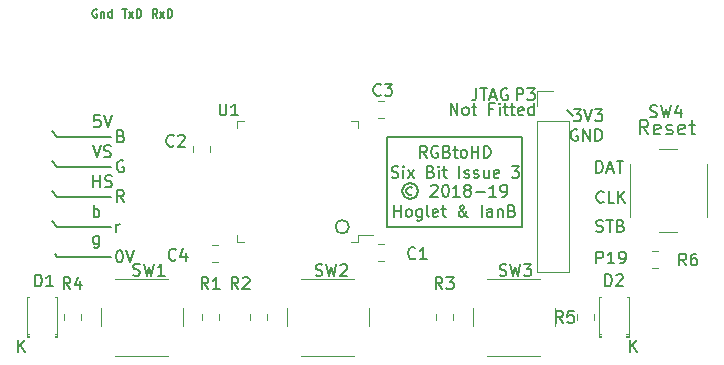
<source format=gto>
G04 #@! TF.GenerationSoftware,KiCad,Pcbnew,(5.1.4)-1*
G04 #@! TF.CreationDate,2019-12-07T22:53:16+00:00*
G04 #@! TF.ProjectId,rgb-to-hdmi,7267622d-746f-42d6-9864-6d692e6b6963,rev?*
G04 #@! TF.SameCoordinates,Original*
G04 #@! TF.FileFunction,Legend,Top*
G04 #@! TF.FilePolarity,Positive*
%FSLAX46Y46*%
G04 Gerber Fmt 4.6, Leading zero omitted, Abs format (unit mm)*
G04 Created by KiCad (PCBNEW (5.1.4)-1) date 2019-12-07 22:53:16*
%MOMM*%
%LPD*%
G04 APERTURE LIST*
%ADD10C,0.150000*%
%ADD11C,0.130000*%
%ADD12C,0.200000*%
%ADD13C,0.120000*%
G04 APERTURE END LIST*
D10*
X22142000Y-35620960D02*
X21684800Y-35163760D01*
X22650000Y-35620960D02*
X22142000Y-35620960D01*
X22142000Y-45780960D02*
X21938800Y-45577760D01*
X22650000Y-45780960D02*
X22142000Y-45780960D01*
X22142000Y-43240960D02*
X21684800Y-42783760D01*
X22650000Y-43240960D02*
X22142000Y-43240960D01*
X22142000Y-40700960D02*
X21684800Y-40243760D01*
X22675400Y-40700960D02*
X22142000Y-40700960D01*
X22142000Y-38160960D02*
X21684800Y-37703760D01*
X22650000Y-38160960D02*
X22142000Y-38160960D01*
X67790714Y-46334940D02*
X67790714Y-45334940D01*
X68171666Y-45334940D01*
X68266904Y-45382560D01*
X68314523Y-45430179D01*
X68362142Y-45525417D01*
X68362142Y-45668274D01*
X68314523Y-45763512D01*
X68266904Y-45811131D01*
X68171666Y-45858750D01*
X67790714Y-45858750D01*
X69314523Y-46334940D02*
X68743095Y-46334940D01*
X69028809Y-46334940D02*
X69028809Y-45334940D01*
X68933571Y-45477798D01*
X68838333Y-45573036D01*
X68743095Y-45620655D01*
X69790714Y-46334940D02*
X69981190Y-46334940D01*
X70076428Y-46287321D01*
X70124047Y-46239702D01*
X70219285Y-46096845D01*
X70266904Y-45906369D01*
X70266904Y-45525417D01*
X70219285Y-45430179D01*
X70171666Y-45382560D01*
X70076428Y-45334940D01*
X69885952Y-45334940D01*
X69790714Y-45382560D01*
X69743095Y-45430179D01*
X69695476Y-45525417D01*
X69695476Y-45763512D01*
X69743095Y-45858750D01*
X69790714Y-45906369D01*
X69885952Y-45953988D01*
X70076428Y-45953988D01*
X70171666Y-45906369D01*
X70219285Y-45858750D01*
X70266904Y-45763512D01*
X67762133Y-43620321D02*
X67904990Y-43667940D01*
X68143085Y-43667940D01*
X68238323Y-43620321D01*
X68285942Y-43572702D01*
X68333561Y-43477464D01*
X68333561Y-43382226D01*
X68285942Y-43286988D01*
X68238323Y-43239369D01*
X68143085Y-43191750D01*
X67952609Y-43144131D01*
X67857371Y-43096512D01*
X67809752Y-43048893D01*
X67762133Y-42953655D01*
X67762133Y-42858417D01*
X67809752Y-42763179D01*
X67857371Y-42715560D01*
X67952609Y-42667940D01*
X68190704Y-42667940D01*
X68333561Y-42715560D01*
X68619276Y-42667940D02*
X69190704Y-42667940D01*
X68904990Y-43667940D02*
X68904990Y-42667940D01*
X69857371Y-43144131D02*
X70000228Y-43191750D01*
X70047847Y-43239369D01*
X70095466Y-43334607D01*
X70095466Y-43477464D01*
X70047847Y-43572702D01*
X70000228Y-43620321D01*
X69904990Y-43667940D01*
X69524038Y-43667940D01*
X69524038Y-42667940D01*
X69857371Y-42667940D01*
X69952609Y-42715560D01*
X70000228Y-42763179D01*
X70047847Y-42858417D01*
X70047847Y-42953655D01*
X70000228Y-43048893D01*
X69952609Y-43096512D01*
X69857371Y-43144131D01*
X69524038Y-43144131D01*
X67781171Y-38664140D02*
X67781171Y-37664140D01*
X68019266Y-37664140D01*
X68162123Y-37711760D01*
X68257361Y-37806998D01*
X68304980Y-37902236D01*
X68352600Y-38092712D01*
X68352600Y-38235569D01*
X68304980Y-38426045D01*
X68257361Y-38521283D01*
X68162123Y-38616521D01*
X68019266Y-38664140D01*
X67781171Y-38664140D01*
X68733552Y-38378426D02*
X69209742Y-38378426D01*
X68638314Y-38664140D02*
X68971647Y-37664140D01*
X69304980Y-38664140D01*
X69495457Y-37664140D02*
X70066885Y-37664140D01*
X69781171Y-38664140D02*
X69781171Y-37664140D01*
X68409761Y-41134302D02*
X68362142Y-41181921D01*
X68219285Y-41229540D01*
X68124047Y-41229540D01*
X67981190Y-41181921D01*
X67885952Y-41086683D01*
X67838333Y-40991445D01*
X67790714Y-40800969D01*
X67790714Y-40658112D01*
X67838333Y-40467636D01*
X67885952Y-40372398D01*
X67981190Y-40277160D01*
X68124047Y-40229540D01*
X68219285Y-40229540D01*
X68362142Y-40277160D01*
X68409761Y-40324779D01*
X69314523Y-41229540D02*
X68838333Y-41229540D01*
X68838333Y-40229540D01*
X69647857Y-41229540D02*
X69647857Y-40229540D01*
X70219285Y-41229540D02*
X69790714Y-40658112D01*
X70219285Y-40229540D02*
X69647857Y-40800969D01*
X57627533Y-31517340D02*
X57627533Y-32231626D01*
X57579914Y-32374483D01*
X57484676Y-32469721D01*
X57341819Y-32517340D01*
X57246580Y-32517340D01*
X57960866Y-31517340D02*
X58532295Y-31517340D01*
X58246580Y-32517340D02*
X58246580Y-31517340D01*
X58818009Y-32231626D02*
X59294200Y-32231626D01*
X58722771Y-32517340D02*
X59056104Y-31517340D01*
X59389438Y-32517340D01*
X60246580Y-31564960D02*
X60151342Y-31517340D01*
X60008485Y-31517340D01*
X59865628Y-31564960D01*
X59770390Y-31660198D01*
X59722771Y-31755436D01*
X59675152Y-31945912D01*
X59675152Y-32088769D01*
X59722771Y-32279245D01*
X59770390Y-32374483D01*
X59865628Y-32469721D01*
X60008485Y-32517340D01*
X60103723Y-32517340D01*
X60246580Y-32469721D01*
X60294200Y-32422102D01*
X60294200Y-32088769D01*
X60103723Y-32088769D01*
X26714000Y-45780960D02*
X22650000Y-45780960D01*
X27380809Y-45233340D02*
X27476047Y-45233340D01*
X27571285Y-45280960D01*
X27618904Y-45328579D01*
X27666523Y-45423817D01*
X27714142Y-45614293D01*
X27714142Y-45852388D01*
X27666523Y-46042864D01*
X27618904Y-46138102D01*
X27571285Y-46185721D01*
X27476047Y-46233340D01*
X27380809Y-46233340D01*
X27285571Y-46185721D01*
X27237952Y-46138102D01*
X27190333Y-46042864D01*
X27142714Y-45852388D01*
X27142714Y-45614293D01*
X27190333Y-45423817D01*
X27237952Y-45328579D01*
X27285571Y-45280960D01*
X27380809Y-45233340D01*
X27999857Y-45233340D02*
X28333190Y-46233340D01*
X28666523Y-45233340D01*
X26714000Y-35620960D02*
X22650000Y-35620960D01*
X26714000Y-38160960D02*
X22650000Y-38160960D01*
X26714000Y-40700960D02*
X22650000Y-40700960D01*
X26714000Y-43240960D02*
X22650000Y-43240960D01*
X27150571Y-43693340D02*
X27150571Y-43026674D01*
X27150571Y-43217150D02*
X27198190Y-43121912D01*
X27245809Y-43074293D01*
X27341047Y-43026674D01*
X27436285Y-43026674D01*
X27785523Y-41153340D02*
X27452190Y-40677150D01*
X27214095Y-41153340D02*
X27214095Y-40153340D01*
X27595047Y-40153340D01*
X27690285Y-40200960D01*
X27737904Y-40248579D01*
X27785523Y-40343817D01*
X27785523Y-40486674D01*
X27737904Y-40581912D01*
X27690285Y-40629531D01*
X27595047Y-40677150D01*
X27214095Y-40677150D01*
X27737904Y-37660960D02*
X27642666Y-37613340D01*
X27499809Y-37613340D01*
X27356952Y-37660960D01*
X27261714Y-37756198D01*
X27214095Y-37851436D01*
X27166476Y-38041912D01*
X27166476Y-38184769D01*
X27214095Y-38375245D01*
X27261714Y-38470483D01*
X27356952Y-38565721D01*
X27499809Y-38613340D01*
X27595047Y-38613340D01*
X27737904Y-38565721D01*
X27785523Y-38518102D01*
X27785523Y-38184769D01*
X27595047Y-38184769D01*
X27547428Y-35549531D02*
X27690285Y-35597150D01*
X27737904Y-35644769D01*
X27785523Y-35740007D01*
X27785523Y-35882864D01*
X27737904Y-35978102D01*
X27690285Y-36025721D01*
X27595047Y-36073340D01*
X27214095Y-36073340D01*
X27214095Y-35073340D01*
X27547428Y-35073340D01*
X27642666Y-35120960D01*
X27690285Y-35168579D01*
X27737904Y-35263817D01*
X27737904Y-35359055D01*
X27690285Y-35454293D01*
X27642666Y-35501912D01*
X27547428Y-35549531D01*
X27214095Y-35549531D01*
X25658285Y-44042674D02*
X25658285Y-44852198D01*
X25610666Y-44947436D01*
X25563047Y-44995055D01*
X25467809Y-45042674D01*
X25324952Y-45042674D01*
X25229714Y-44995055D01*
X25658285Y-44661721D02*
X25563047Y-44709340D01*
X25372571Y-44709340D01*
X25277333Y-44661721D01*
X25229714Y-44614102D01*
X25182095Y-44518864D01*
X25182095Y-44233150D01*
X25229714Y-44137912D01*
X25277333Y-44090293D01*
X25372571Y-44042674D01*
X25563047Y-44042674D01*
X25658285Y-44090293D01*
X25229714Y-42423340D02*
X25229714Y-41423340D01*
X25229714Y-41804293D02*
X25324952Y-41756674D01*
X25515428Y-41756674D01*
X25610666Y-41804293D01*
X25658285Y-41851912D01*
X25705904Y-41947150D01*
X25705904Y-42232864D01*
X25658285Y-42328102D01*
X25610666Y-42375721D01*
X25515428Y-42423340D01*
X25324952Y-42423340D01*
X25229714Y-42375721D01*
X25190095Y-39883340D02*
X25190095Y-38883340D01*
X25190095Y-39359531D02*
X25761523Y-39359531D01*
X25761523Y-39883340D02*
X25761523Y-38883340D01*
X26190095Y-39835721D02*
X26332952Y-39883340D01*
X26571047Y-39883340D01*
X26666285Y-39835721D01*
X26713904Y-39788102D01*
X26761523Y-39692864D01*
X26761523Y-39597626D01*
X26713904Y-39502388D01*
X26666285Y-39454769D01*
X26571047Y-39407150D01*
X26380571Y-39359531D01*
X26285333Y-39311912D01*
X26237714Y-39264293D01*
X26190095Y-39169055D01*
X26190095Y-39073817D01*
X26237714Y-38978579D01*
X26285333Y-38930960D01*
X26380571Y-38883340D01*
X26618666Y-38883340D01*
X26761523Y-38930960D01*
X25142476Y-36343340D02*
X25475809Y-37343340D01*
X25809142Y-36343340D01*
X26094857Y-37295721D02*
X26237714Y-37343340D01*
X26475809Y-37343340D01*
X26571047Y-37295721D01*
X26618666Y-37248102D01*
X26666285Y-37152864D01*
X26666285Y-37057626D01*
X26618666Y-36962388D01*
X26571047Y-36914769D01*
X26475809Y-36867150D01*
X26285333Y-36819531D01*
X26190095Y-36771912D01*
X26142476Y-36724293D01*
X26094857Y-36629055D01*
X26094857Y-36533817D01*
X26142476Y-36438579D01*
X26190095Y-36390960D01*
X26285333Y-36343340D01*
X26523428Y-36343340D01*
X26666285Y-36390960D01*
X25761523Y-33803340D02*
X25285333Y-33803340D01*
X25237714Y-34279531D01*
X25285333Y-34231912D01*
X25380571Y-34184293D01*
X25618666Y-34184293D01*
X25713904Y-34231912D01*
X25761523Y-34279531D01*
X25809142Y-34374769D01*
X25809142Y-34612864D01*
X25761523Y-34708102D01*
X25713904Y-34755721D01*
X25618666Y-34803340D01*
X25380571Y-34803340D01*
X25285333Y-34755721D01*
X25237714Y-34708102D01*
X26094857Y-33803340D02*
X26428190Y-34803340D01*
X26761523Y-33803340D01*
D11*
X30615333Y-25523626D02*
X30382000Y-25190293D01*
X30215333Y-25523626D02*
X30215333Y-24823626D01*
X30482000Y-24823626D01*
X30548666Y-24856960D01*
X30582000Y-24890293D01*
X30615333Y-24956960D01*
X30615333Y-25056960D01*
X30582000Y-25123626D01*
X30548666Y-25156960D01*
X30482000Y-25190293D01*
X30215333Y-25190293D01*
X30848666Y-25523626D02*
X31215333Y-25056960D01*
X30848666Y-25056960D02*
X31215333Y-25523626D01*
X31482000Y-25523626D02*
X31482000Y-24823626D01*
X31648666Y-24823626D01*
X31748666Y-24856960D01*
X31815333Y-24923626D01*
X31848666Y-24990293D01*
X31882000Y-25123626D01*
X31882000Y-25223626D01*
X31848666Y-25356960D01*
X31815333Y-25423626D01*
X31748666Y-25490293D01*
X31648666Y-25523626D01*
X31482000Y-25523626D01*
X27658666Y-24823626D02*
X28058666Y-24823626D01*
X27858666Y-25523626D02*
X27858666Y-24823626D01*
X28225333Y-25523626D02*
X28592000Y-25056960D01*
X28225333Y-25056960D02*
X28592000Y-25523626D01*
X28858666Y-25523626D02*
X28858666Y-24823626D01*
X29025333Y-24823626D01*
X29125333Y-24856960D01*
X29192000Y-24923626D01*
X29225333Y-24990293D01*
X29258666Y-25123626D01*
X29258666Y-25223626D01*
X29225333Y-25356960D01*
X29192000Y-25423626D01*
X29125333Y-25490293D01*
X29025333Y-25523626D01*
X28858666Y-25523626D01*
X25502000Y-24856960D02*
X25435333Y-24823626D01*
X25335333Y-24823626D01*
X25235333Y-24856960D01*
X25168666Y-24923626D01*
X25135333Y-24990293D01*
X25102000Y-25123626D01*
X25102000Y-25223626D01*
X25135333Y-25356960D01*
X25168666Y-25423626D01*
X25235333Y-25490293D01*
X25335333Y-25523626D01*
X25402000Y-25523626D01*
X25502000Y-25490293D01*
X25535333Y-25456960D01*
X25535333Y-25223626D01*
X25402000Y-25223626D01*
X25835333Y-25056960D02*
X25835333Y-25523626D01*
X25835333Y-25123626D02*
X25868666Y-25090293D01*
X25935333Y-25056960D01*
X26035333Y-25056960D01*
X26102000Y-25090293D01*
X26135333Y-25156960D01*
X26135333Y-25523626D01*
X26768666Y-25523626D02*
X26768666Y-24823626D01*
X26768666Y-25490293D02*
X26702000Y-25523626D01*
X26568666Y-25523626D01*
X26502000Y-25490293D01*
X26468666Y-25456960D01*
X26435333Y-25390293D01*
X26435333Y-25190293D01*
X26468666Y-25123626D01*
X26502000Y-25090293D01*
X26568666Y-25056960D01*
X26702000Y-25056960D01*
X26768666Y-25090293D01*
D10*
X70648095Y-53853340D02*
X70648095Y-52853340D01*
X71219523Y-53853340D02*
X70790952Y-53281912D01*
X71219523Y-52853340D02*
X70648095Y-53424769D01*
X18832095Y-53853340D02*
X18832095Y-52853340D01*
X19403523Y-53853340D02*
X18974952Y-53281912D01*
X19403523Y-52853340D02*
X18832095Y-53424769D01*
X55448190Y-33787340D02*
X55448190Y-32787340D01*
X56019619Y-33787340D01*
X56019619Y-32787340D01*
X56638666Y-33787340D02*
X56543428Y-33739721D01*
X56495809Y-33692102D01*
X56448190Y-33596864D01*
X56448190Y-33311150D01*
X56495809Y-33215912D01*
X56543428Y-33168293D01*
X56638666Y-33120674D01*
X56781523Y-33120674D01*
X56876761Y-33168293D01*
X56924380Y-33215912D01*
X56972000Y-33311150D01*
X56972000Y-33596864D01*
X56924380Y-33692102D01*
X56876761Y-33739721D01*
X56781523Y-33787340D01*
X56638666Y-33787340D01*
X57257714Y-33120674D02*
X57638666Y-33120674D01*
X57400571Y-32787340D02*
X57400571Y-33644483D01*
X57448190Y-33739721D01*
X57543428Y-33787340D01*
X57638666Y-33787340D01*
X59067238Y-33263531D02*
X58733904Y-33263531D01*
X58733904Y-33787340D02*
X58733904Y-32787340D01*
X59210095Y-32787340D01*
X59591047Y-33787340D02*
X59591047Y-33120674D01*
X59591047Y-32787340D02*
X59543428Y-32834960D01*
X59591047Y-32882579D01*
X59638666Y-32834960D01*
X59591047Y-32787340D01*
X59591047Y-32882579D01*
X59924380Y-33120674D02*
X60305333Y-33120674D01*
X60067238Y-32787340D02*
X60067238Y-33644483D01*
X60114857Y-33739721D01*
X60210095Y-33787340D01*
X60305333Y-33787340D01*
X60495809Y-33120674D02*
X60876761Y-33120674D01*
X60638666Y-32787340D02*
X60638666Y-33644483D01*
X60686285Y-33739721D01*
X60781523Y-33787340D01*
X60876761Y-33787340D01*
X61591047Y-33739721D02*
X61495809Y-33787340D01*
X61305333Y-33787340D01*
X61210095Y-33739721D01*
X61162476Y-33644483D01*
X61162476Y-33263531D01*
X61210095Y-33168293D01*
X61305333Y-33120674D01*
X61495809Y-33120674D01*
X61591047Y-33168293D01*
X61638666Y-33263531D01*
X61638666Y-33358769D01*
X61162476Y-33454007D01*
X62495809Y-33787340D02*
X62495809Y-32787340D01*
X62495809Y-33739721D02*
X62400571Y-33787340D01*
X62210095Y-33787340D01*
X62114857Y-33739721D01*
X62067238Y-33692102D01*
X62019619Y-33596864D01*
X62019619Y-33311150D01*
X62067238Y-33215912D01*
X62114857Y-33168293D01*
X62210095Y-33120674D01*
X62400571Y-33120674D01*
X62495809Y-33168293D01*
X65830000Y-33842960D02*
X65576000Y-33588960D01*
X65322000Y-33334960D02*
X65830000Y-33842960D01*
X65861904Y-33295340D02*
X66480952Y-33295340D01*
X66147619Y-33676293D01*
X66290476Y-33676293D01*
X66385714Y-33723912D01*
X66433333Y-33771531D01*
X66480952Y-33866769D01*
X66480952Y-34104864D01*
X66433333Y-34200102D01*
X66385714Y-34247721D01*
X66290476Y-34295340D01*
X66004761Y-34295340D01*
X65909523Y-34247721D01*
X65861904Y-34200102D01*
X66766666Y-33295340D02*
X67100000Y-34295340D01*
X67433333Y-33295340D01*
X67671428Y-33295340D02*
X68290476Y-33295340D01*
X67957142Y-33676293D01*
X68100000Y-33676293D01*
X68195238Y-33723912D01*
X68242857Y-33771531D01*
X68290476Y-33866769D01*
X68290476Y-34104864D01*
X68242857Y-34200102D01*
X68195238Y-34247721D01*
X68100000Y-34295340D01*
X67814285Y-34295340D01*
X67719047Y-34247721D01*
X67671428Y-34200102D01*
X66185695Y-35019360D02*
X66090457Y-34971740D01*
X65947600Y-34971740D01*
X65804742Y-35019360D01*
X65709504Y-35114598D01*
X65661885Y-35209836D01*
X65614266Y-35400312D01*
X65614266Y-35543169D01*
X65661885Y-35733645D01*
X65709504Y-35828883D01*
X65804742Y-35924121D01*
X65947600Y-35971740D01*
X66042838Y-35971740D01*
X66185695Y-35924121D01*
X66233314Y-35876502D01*
X66233314Y-35543169D01*
X66042838Y-35543169D01*
X66661885Y-35971740D02*
X66661885Y-34971740D01*
X67233314Y-35971740D01*
X67233314Y-34971740D01*
X67709504Y-35971740D02*
X67709504Y-34971740D01*
X67947600Y-34971740D01*
X68090457Y-35019360D01*
X68185695Y-35114598D01*
X68233314Y-35209836D01*
X68280933Y-35400312D01*
X68280933Y-35543169D01*
X68233314Y-35733645D01*
X68185695Y-35828883D01*
X68090457Y-35924121D01*
X67947600Y-35971740D01*
X67709504Y-35971740D01*
X50659533Y-42397940D02*
X50659533Y-41397940D01*
X50659533Y-41874131D02*
X51219533Y-41874131D01*
X51219533Y-42397940D02*
X51219533Y-41397940D01*
X51826200Y-42397940D02*
X51732866Y-42350321D01*
X51686200Y-42302702D01*
X51639533Y-42207464D01*
X51639533Y-41921750D01*
X51686200Y-41826512D01*
X51732866Y-41778893D01*
X51826200Y-41731274D01*
X51966200Y-41731274D01*
X52059533Y-41778893D01*
X52106200Y-41826512D01*
X52152866Y-41921750D01*
X52152866Y-42207464D01*
X52106200Y-42302702D01*
X52059533Y-42350321D01*
X51966200Y-42397940D01*
X51826200Y-42397940D01*
X52992866Y-41731274D02*
X52992866Y-42540798D01*
X52946200Y-42636036D01*
X52899533Y-42683655D01*
X52806200Y-42731274D01*
X52666200Y-42731274D01*
X52572866Y-42683655D01*
X52992866Y-42350321D02*
X52899533Y-42397940D01*
X52712866Y-42397940D01*
X52619533Y-42350321D01*
X52572866Y-42302702D01*
X52526200Y-42207464D01*
X52526200Y-41921750D01*
X52572866Y-41826512D01*
X52619533Y-41778893D01*
X52712866Y-41731274D01*
X52899533Y-41731274D01*
X52992866Y-41778893D01*
X53599533Y-42397940D02*
X53506200Y-42350321D01*
X53459533Y-42255083D01*
X53459533Y-41397940D01*
X54346200Y-42350321D02*
X54252866Y-42397940D01*
X54066200Y-42397940D01*
X53972866Y-42350321D01*
X53926200Y-42255083D01*
X53926200Y-41874131D01*
X53972866Y-41778893D01*
X54066200Y-41731274D01*
X54252866Y-41731274D01*
X54346200Y-41778893D01*
X54392866Y-41874131D01*
X54392866Y-41969369D01*
X53926200Y-42064607D01*
X54672866Y-41731274D02*
X55046200Y-41731274D01*
X54812866Y-41397940D02*
X54812866Y-42255083D01*
X54859533Y-42350321D01*
X54952866Y-42397940D01*
X55046200Y-42397940D01*
X56912866Y-42397940D02*
X56866200Y-42397940D01*
X56772866Y-42350321D01*
X56632866Y-42207464D01*
X56399533Y-41921750D01*
X56306200Y-41778893D01*
X56259533Y-41636036D01*
X56259533Y-41540798D01*
X56306200Y-41445560D01*
X56399533Y-41397940D01*
X56446200Y-41397940D01*
X56539533Y-41445560D01*
X56586200Y-41540798D01*
X56586200Y-41588417D01*
X56539533Y-41683655D01*
X56492866Y-41731274D01*
X56212866Y-41921750D01*
X56166200Y-41969369D01*
X56119533Y-42064607D01*
X56119533Y-42207464D01*
X56166200Y-42302702D01*
X56212866Y-42350321D01*
X56306200Y-42397940D01*
X56446200Y-42397940D01*
X56539533Y-42350321D01*
X56586200Y-42302702D01*
X56726200Y-42112226D01*
X56772866Y-41969369D01*
X56772866Y-41874131D01*
X58079533Y-42397940D02*
X58079533Y-41397940D01*
X58966200Y-42397940D02*
X58966200Y-41874131D01*
X58919533Y-41778893D01*
X58826200Y-41731274D01*
X58639533Y-41731274D01*
X58546200Y-41778893D01*
X58966200Y-42350321D02*
X58872866Y-42397940D01*
X58639533Y-42397940D01*
X58546200Y-42350321D01*
X58499533Y-42255083D01*
X58499533Y-42159845D01*
X58546200Y-42064607D01*
X58639533Y-42016988D01*
X58872866Y-42016988D01*
X58966200Y-41969369D01*
X59432866Y-41731274D02*
X59432866Y-42397940D01*
X59432866Y-41826512D02*
X59479533Y-41778893D01*
X59572866Y-41731274D01*
X59712866Y-41731274D01*
X59806200Y-41778893D01*
X59852866Y-41874131D01*
X59852866Y-42397940D01*
X60646200Y-41874131D02*
X60786200Y-41921750D01*
X60832866Y-41969369D01*
X60879533Y-42064607D01*
X60879533Y-42207464D01*
X60832866Y-42302702D01*
X60786200Y-42350321D01*
X60692866Y-42397940D01*
X60319533Y-42397940D01*
X60319533Y-41397940D01*
X60646200Y-41397940D01*
X60739533Y-41445560D01*
X60786200Y-41493179D01*
X60832866Y-41588417D01*
X60832866Y-41683655D01*
X60786200Y-41778893D01*
X60739533Y-41826512D01*
X60646200Y-41874131D01*
X60319533Y-41874131D01*
X52203666Y-39934236D02*
X52110333Y-39886617D01*
X51923666Y-39886617D01*
X51830333Y-39934236D01*
X51737000Y-40029474D01*
X51690333Y-40124712D01*
X51690333Y-40315188D01*
X51737000Y-40410426D01*
X51830333Y-40505664D01*
X51923666Y-40553283D01*
X52110333Y-40553283D01*
X52203666Y-40505664D01*
X52017000Y-39553283D02*
X51783666Y-39600902D01*
X51550333Y-39743760D01*
X51410333Y-39981855D01*
X51363666Y-40219950D01*
X51410333Y-40458045D01*
X51550333Y-40696140D01*
X51783666Y-40838998D01*
X52017000Y-40886617D01*
X52250333Y-40838998D01*
X52483666Y-40696140D01*
X52623666Y-40458045D01*
X52670333Y-40219950D01*
X52623666Y-39981855D01*
X52483666Y-39743760D01*
X52250333Y-39600902D01*
X52017000Y-39553283D01*
X53790333Y-39791379D02*
X53837000Y-39743760D01*
X53930333Y-39696140D01*
X54163666Y-39696140D01*
X54257000Y-39743760D01*
X54303666Y-39791379D01*
X54350333Y-39886617D01*
X54350333Y-39981855D01*
X54303666Y-40124712D01*
X53743666Y-40696140D01*
X54350333Y-40696140D01*
X54957000Y-39696140D02*
X55050333Y-39696140D01*
X55143666Y-39743760D01*
X55190333Y-39791379D01*
X55237000Y-39886617D01*
X55283666Y-40077093D01*
X55283666Y-40315188D01*
X55237000Y-40505664D01*
X55190333Y-40600902D01*
X55143666Y-40648521D01*
X55050333Y-40696140D01*
X54957000Y-40696140D01*
X54863666Y-40648521D01*
X54817000Y-40600902D01*
X54770333Y-40505664D01*
X54723666Y-40315188D01*
X54723666Y-40077093D01*
X54770333Y-39886617D01*
X54817000Y-39791379D01*
X54863666Y-39743760D01*
X54957000Y-39696140D01*
X56217000Y-40696140D02*
X55657000Y-40696140D01*
X55937000Y-40696140D02*
X55937000Y-39696140D01*
X55843666Y-39838998D01*
X55750333Y-39934236D01*
X55657000Y-39981855D01*
X56777000Y-40124712D02*
X56683666Y-40077093D01*
X56637000Y-40029474D01*
X56590333Y-39934236D01*
X56590333Y-39886617D01*
X56637000Y-39791379D01*
X56683666Y-39743760D01*
X56777000Y-39696140D01*
X56963666Y-39696140D01*
X57057000Y-39743760D01*
X57103666Y-39791379D01*
X57150333Y-39886617D01*
X57150333Y-39934236D01*
X57103666Y-40029474D01*
X57057000Y-40077093D01*
X56963666Y-40124712D01*
X56777000Y-40124712D01*
X56683666Y-40172331D01*
X56637000Y-40219950D01*
X56590333Y-40315188D01*
X56590333Y-40505664D01*
X56637000Y-40600902D01*
X56683666Y-40648521D01*
X56777000Y-40696140D01*
X56963666Y-40696140D01*
X57057000Y-40648521D01*
X57103666Y-40600902D01*
X57150333Y-40505664D01*
X57150333Y-40315188D01*
X57103666Y-40219950D01*
X57057000Y-40172331D01*
X56963666Y-40124712D01*
X57570333Y-40315188D02*
X58317000Y-40315188D01*
X59297000Y-40696140D02*
X58737000Y-40696140D01*
X59017000Y-40696140D02*
X59017000Y-39696140D01*
X58923666Y-39838998D01*
X58830333Y-39934236D01*
X58737000Y-39981855D01*
X59763666Y-40696140D02*
X59950333Y-40696140D01*
X60043666Y-40648521D01*
X60090333Y-40600902D01*
X60183666Y-40458045D01*
X60230333Y-40267569D01*
X60230333Y-39886617D01*
X60183666Y-39791379D01*
X60137000Y-39743760D01*
X60043666Y-39696140D01*
X59857000Y-39696140D01*
X59763666Y-39743760D01*
X59717000Y-39791379D01*
X59670333Y-39886617D01*
X59670333Y-40124712D01*
X59717000Y-40219950D01*
X59763666Y-40267569D01*
X59857000Y-40315188D01*
X60043666Y-40315188D01*
X60137000Y-40267569D01*
X60183666Y-40219950D01*
X60230333Y-40124712D01*
X50457800Y-39048321D02*
X50597800Y-39095940D01*
X50831133Y-39095940D01*
X50924466Y-39048321D01*
X50971133Y-39000702D01*
X51017800Y-38905464D01*
X51017800Y-38810226D01*
X50971133Y-38714988D01*
X50924466Y-38667369D01*
X50831133Y-38619750D01*
X50644466Y-38572131D01*
X50551133Y-38524512D01*
X50504466Y-38476893D01*
X50457800Y-38381655D01*
X50457800Y-38286417D01*
X50504466Y-38191179D01*
X50551133Y-38143560D01*
X50644466Y-38095940D01*
X50877800Y-38095940D01*
X51017800Y-38143560D01*
X51437800Y-39095940D02*
X51437800Y-38429274D01*
X51437800Y-38095940D02*
X51391133Y-38143560D01*
X51437800Y-38191179D01*
X51484466Y-38143560D01*
X51437800Y-38095940D01*
X51437800Y-38191179D01*
X51811133Y-39095940D02*
X52324466Y-38429274D01*
X51811133Y-38429274D02*
X52324466Y-39095940D01*
X53771133Y-38572131D02*
X53911133Y-38619750D01*
X53957800Y-38667369D01*
X54004466Y-38762607D01*
X54004466Y-38905464D01*
X53957800Y-39000702D01*
X53911133Y-39048321D01*
X53817800Y-39095940D01*
X53444466Y-39095940D01*
X53444466Y-38095940D01*
X53771133Y-38095940D01*
X53864466Y-38143560D01*
X53911133Y-38191179D01*
X53957800Y-38286417D01*
X53957800Y-38381655D01*
X53911133Y-38476893D01*
X53864466Y-38524512D01*
X53771133Y-38572131D01*
X53444466Y-38572131D01*
X54424466Y-39095940D02*
X54424466Y-38429274D01*
X54424466Y-38095940D02*
X54377800Y-38143560D01*
X54424466Y-38191179D01*
X54471133Y-38143560D01*
X54424466Y-38095940D01*
X54424466Y-38191179D01*
X54751133Y-38429274D02*
X55124466Y-38429274D01*
X54891133Y-38095940D02*
X54891133Y-38953083D01*
X54937800Y-39048321D01*
X55031133Y-39095940D01*
X55124466Y-39095940D01*
X56197800Y-39095940D02*
X56197800Y-38095940D01*
X56617800Y-39048321D02*
X56711133Y-39095940D01*
X56897800Y-39095940D01*
X56991133Y-39048321D01*
X57037800Y-38953083D01*
X57037800Y-38905464D01*
X56991133Y-38810226D01*
X56897800Y-38762607D01*
X56757800Y-38762607D01*
X56664466Y-38714988D01*
X56617800Y-38619750D01*
X56617800Y-38572131D01*
X56664466Y-38476893D01*
X56757800Y-38429274D01*
X56897800Y-38429274D01*
X56991133Y-38476893D01*
X57411133Y-39048321D02*
X57504466Y-39095940D01*
X57691133Y-39095940D01*
X57784466Y-39048321D01*
X57831133Y-38953083D01*
X57831133Y-38905464D01*
X57784466Y-38810226D01*
X57691133Y-38762607D01*
X57551133Y-38762607D01*
X57457800Y-38714988D01*
X57411133Y-38619750D01*
X57411133Y-38572131D01*
X57457800Y-38476893D01*
X57551133Y-38429274D01*
X57691133Y-38429274D01*
X57784466Y-38476893D01*
X58671133Y-38429274D02*
X58671133Y-39095940D01*
X58251133Y-38429274D02*
X58251133Y-38953083D01*
X58297800Y-39048321D01*
X58391133Y-39095940D01*
X58531133Y-39095940D01*
X58624466Y-39048321D01*
X58671133Y-39000702D01*
X59511133Y-39048321D02*
X59417800Y-39095940D01*
X59231133Y-39095940D01*
X59137800Y-39048321D01*
X59091133Y-38953083D01*
X59091133Y-38572131D01*
X59137800Y-38476893D01*
X59231133Y-38429274D01*
X59417800Y-38429274D01*
X59511133Y-38476893D01*
X59557800Y-38572131D01*
X59557800Y-38667369D01*
X59091133Y-38762607D01*
X60631133Y-38095940D02*
X61237800Y-38095940D01*
X60911133Y-38476893D01*
X61051133Y-38476893D01*
X61144466Y-38524512D01*
X61191133Y-38572131D01*
X61237800Y-38667369D01*
X61237800Y-38905464D01*
X61191133Y-39000702D01*
X61144466Y-39048321D01*
X61051133Y-39095940D01*
X60771133Y-39095940D01*
X60677800Y-39048321D01*
X60631133Y-39000702D01*
X53419066Y-37394140D02*
X53092400Y-36917950D01*
X52859066Y-37394140D02*
X52859066Y-36394140D01*
X53232400Y-36394140D01*
X53325733Y-36441760D01*
X53372400Y-36489379D01*
X53419066Y-36584617D01*
X53419066Y-36727474D01*
X53372400Y-36822712D01*
X53325733Y-36870331D01*
X53232400Y-36917950D01*
X52859066Y-36917950D01*
X54352400Y-36441760D02*
X54259066Y-36394140D01*
X54119066Y-36394140D01*
X53979066Y-36441760D01*
X53885733Y-36536998D01*
X53839066Y-36632236D01*
X53792400Y-36822712D01*
X53792400Y-36965569D01*
X53839066Y-37156045D01*
X53885733Y-37251283D01*
X53979066Y-37346521D01*
X54119066Y-37394140D01*
X54212400Y-37394140D01*
X54352400Y-37346521D01*
X54399066Y-37298902D01*
X54399066Y-36965569D01*
X54212400Y-36965569D01*
X55145733Y-36870331D02*
X55285733Y-36917950D01*
X55332400Y-36965569D01*
X55379066Y-37060807D01*
X55379066Y-37203664D01*
X55332400Y-37298902D01*
X55285733Y-37346521D01*
X55192400Y-37394140D01*
X54819066Y-37394140D01*
X54819066Y-36394140D01*
X55145733Y-36394140D01*
X55239066Y-36441760D01*
X55285733Y-36489379D01*
X55332400Y-36584617D01*
X55332400Y-36679855D01*
X55285733Y-36775093D01*
X55239066Y-36822712D01*
X55145733Y-36870331D01*
X54819066Y-36870331D01*
X55659066Y-36727474D02*
X56032400Y-36727474D01*
X55799066Y-36394140D02*
X55799066Y-37251283D01*
X55845733Y-37346521D01*
X55939066Y-37394140D01*
X56032400Y-37394140D01*
X56499066Y-37394140D02*
X56405733Y-37346521D01*
X56359066Y-37298902D01*
X56312400Y-37203664D01*
X56312400Y-36917950D01*
X56359066Y-36822712D01*
X56405733Y-36775093D01*
X56499066Y-36727474D01*
X56639066Y-36727474D01*
X56732400Y-36775093D01*
X56779066Y-36822712D01*
X56825733Y-36917950D01*
X56825733Y-37203664D01*
X56779066Y-37298902D01*
X56732400Y-37346521D01*
X56639066Y-37394140D01*
X56499066Y-37394140D01*
X57245733Y-37394140D02*
X57245733Y-36394140D01*
X57245733Y-36870331D02*
X57805733Y-36870331D01*
X57805733Y-37394140D02*
X57805733Y-36394140D01*
X58272400Y-37394140D02*
X58272400Y-36394140D01*
X58505733Y-36394140D01*
X58645733Y-36441760D01*
X58739066Y-36536998D01*
X58785733Y-36632236D01*
X58832400Y-36822712D01*
X58832400Y-36965569D01*
X58785733Y-37156045D01*
X58739066Y-37251283D01*
X58645733Y-37346521D01*
X58505733Y-37394140D01*
X58272400Y-37394140D01*
X46839961Y-43240960D02*
G75*
G03X46839961Y-43240960I-567961J0D01*
G01*
X50082000Y-43240960D02*
X50082000Y-35620960D01*
X61512000Y-43240960D02*
X50082000Y-43240960D01*
X61512000Y-35620960D02*
X61512000Y-43240960D01*
X50082000Y-35620960D02*
X61512000Y-35620960D01*
D12*
X72156380Y-35424436D02*
X71739714Y-34829198D01*
X71442095Y-35424436D02*
X71442095Y-34174436D01*
X71918285Y-34174436D01*
X72037333Y-34233960D01*
X72096857Y-34293483D01*
X72156380Y-34412531D01*
X72156380Y-34591102D01*
X72096857Y-34710150D01*
X72037333Y-34769674D01*
X71918285Y-34829198D01*
X71442095Y-34829198D01*
X73168285Y-35364912D02*
X73049238Y-35424436D01*
X72811142Y-35424436D01*
X72692095Y-35364912D01*
X72632571Y-35245864D01*
X72632571Y-34769674D01*
X72692095Y-34650626D01*
X72811142Y-34591102D01*
X73049238Y-34591102D01*
X73168285Y-34650626D01*
X73227809Y-34769674D01*
X73227809Y-34888721D01*
X72632571Y-35007769D01*
X73704000Y-35364912D02*
X73823047Y-35424436D01*
X74061142Y-35424436D01*
X74180190Y-35364912D01*
X74239714Y-35245864D01*
X74239714Y-35186340D01*
X74180190Y-35067293D01*
X74061142Y-35007769D01*
X73882571Y-35007769D01*
X73763523Y-34948245D01*
X73704000Y-34829198D01*
X73704000Y-34769674D01*
X73763523Y-34650626D01*
X73882571Y-34591102D01*
X74061142Y-34591102D01*
X74180190Y-34650626D01*
X75251619Y-35364912D02*
X75132571Y-35424436D01*
X74894476Y-35424436D01*
X74775428Y-35364912D01*
X74715904Y-35245864D01*
X74715904Y-34769674D01*
X74775428Y-34650626D01*
X74894476Y-34591102D01*
X75132571Y-34591102D01*
X75251619Y-34650626D01*
X75311142Y-34769674D01*
X75311142Y-34888721D01*
X74715904Y-35007769D01*
X75668285Y-34591102D02*
X76144476Y-34591102D01*
X75846857Y-34174436D02*
X75846857Y-35245864D01*
X75906380Y-35364912D01*
X76025428Y-35424436D01*
X76144476Y-35424436D01*
D13*
X35806000Y-51122212D02*
X35806000Y-50599708D01*
X34386000Y-51122212D02*
X34386000Y-50599708D01*
X37927000Y-34320960D02*
X37352000Y-34320960D01*
X37352000Y-34320960D02*
X37352000Y-34895960D01*
X46997000Y-34320960D02*
X47572000Y-34320960D01*
X47572000Y-34320960D02*
X47572000Y-34895960D01*
X37927000Y-44540960D02*
X37352000Y-44540960D01*
X37352000Y-44540960D02*
X37352000Y-43965960D01*
X46997000Y-44540960D02*
X47572000Y-44540960D01*
X47572000Y-44540960D02*
X47572000Y-43965960D01*
X47572000Y-43965960D02*
X48862000Y-43965960D01*
X72502948Y-46719560D02*
X73025452Y-46719560D01*
X72502948Y-45299560D02*
X73025452Y-45299560D01*
X62770800Y-47084001D02*
X65430800Y-47084001D01*
X62770800Y-34324001D02*
X62770800Y-47084001D01*
X65430800Y-34324001D02*
X65430800Y-47084001D01*
X62770800Y-34324001D02*
X65430800Y-34324001D01*
X62770800Y-33054001D02*
X62770800Y-31724001D01*
X62770800Y-31724001D02*
X64100800Y-31724001D01*
X19613000Y-52601440D02*
X19613000Y-49181440D01*
X22133000Y-52601440D02*
X22133000Y-49181440D01*
X19613000Y-52601440D02*
X19793000Y-52601440D01*
X21953000Y-52601440D02*
X22133000Y-52601440D01*
X19613000Y-49181440D02*
X19778000Y-49181440D01*
X21968000Y-49181440D02*
X22133000Y-49181440D01*
X19613000Y-52481440D02*
X19793000Y-52481440D01*
X21953000Y-52481440D02*
X22133000Y-52481440D01*
X19613000Y-52361440D02*
X19793000Y-52361440D01*
X21953000Y-52361440D02*
X22133000Y-52361440D01*
X67999000Y-52570960D02*
X67999000Y-49150960D01*
X70519000Y-52570960D02*
X70519000Y-49150960D01*
X67999000Y-52570960D02*
X68179000Y-52570960D01*
X70339000Y-52570960D02*
X70519000Y-52570960D01*
X67999000Y-49150960D02*
X68164000Y-49150960D01*
X70354000Y-49150960D02*
X70519000Y-49150960D01*
X67999000Y-52450960D02*
X68179000Y-52450960D01*
X70339000Y-52450960D02*
X70519000Y-52450960D01*
X67999000Y-52330960D02*
X68179000Y-52330960D01*
X70339000Y-52330960D02*
X70519000Y-52330960D01*
X49835252Y-44689960D02*
X49312748Y-44689960D01*
X49835252Y-46109960D02*
X49312748Y-46109960D01*
X33624000Y-36898212D02*
X33624000Y-36375708D01*
X35044000Y-36898212D02*
X35044000Y-36375708D01*
X49312748Y-32624960D02*
X49835252Y-32624960D01*
X49312748Y-34044960D02*
X49835252Y-34044960D01*
X35763652Y-46236960D02*
X35241148Y-46236960D01*
X35763652Y-44816960D02*
X35241148Y-44816960D01*
X39870000Y-51122212D02*
X39870000Y-50599708D01*
X38450000Y-51122212D02*
X38450000Y-50599708D01*
X55618000Y-51122212D02*
X55618000Y-50599708D01*
X54198000Y-51122212D02*
X54198000Y-50599708D01*
X22702000Y-50599708D02*
X22702000Y-51122212D01*
X24122000Y-50599708D02*
X24122000Y-51122212D01*
X67556000Y-50599708D02*
X67556000Y-51122212D01*
X66136000Y-50599708D02*
X66136000Y-51122212D01*
X25806000Y-50146960D02*
X25806000Y-51646960D01*
X27056000Y-54146960D02*
X31556000Y-54146960D01*
X32806000Y-51646960D02*
X32806000Y-50146960D01*
X31556000Y-47646960D02*
X27056000Y-47646960D01*
X47304000Y-47646960D02*
X42804000Y-47646960D01*
X48554000Y-51646960D02*
X48554000Y-50146960D01*
X42804000Y-54146960D02*
X47304000Y-54146960D01*
X41554000Y-50146960D02*
X41554000Y-51646960D01*
X63052000Y-47646960D02*
X58552000Y-47646960D01*
X64302000Y-51646960D02*
X64302000Y-50146960D01*
X58552000Y-54146960D02*
X63052000Y-54146960D01*
X57302000Y-50146960D02*
X57302000Y-51646960D01*
X73117000Y-43640960D02*
X74617000Y-43640960D01*
X77117000Y-42390960D02*
X77117000Y-37890960D01*
X74617000Y-36640960D02*
X73117000Y-36640960D01*
X70617000Y-37890960D02*
X70617000Y-42390960D01*
D10*
X34929333Y-48519340D02*
X34596000Y-48043150D01*
X34357904Y-48519340D02*
X34357904Y-47519340D01*
X34738857Y-47519340D01*
X34834095Y-47566960D01*
X34881714Y-47614579D01*
X34929333Y-47709817D01*
X34929333Y-47852674D01*
X34881714Y-47947912D01*
X34834095Y-47995531D01*
X34738857Y-48043150D01*
X34357904Y-48043150D01*
X35881714Y-48519340D02*
X35310285Y-48519340D01*
X35596000Y-48519340D02*
X35596000Y-47519340D01*
X35500761Y-47662198D01*
X35405523Y-47757436D01*
X35310285Y-47805055D01*
X35883495Y-32812740D02*
X35883495Y-33622264D01*
X35931114Y-33717502D01*
X35978733Y-33765121D01*
X36073971Y-33812740D01*
X36264447Y-33812740D01*
X36359685Y-33765121D01*
X36407304Y-33717502D01*
X36454923Y-33622264D01*
X36454923Y-32812740D01*
X37454923Y-33812740D02*
X36883495Y-33812740D01*
X37169209Y-33812740D02*
X37169209Y-32812740D01*
X37073971Y-32955598D01*
X36978733Y-33050836D01*
X36883495Y-33098455D01*
X75391533Y-46512740D02*
X75058200Y-46036550D01*
X74820104Y-46512740D02*
X74820104Y-45512740D01*
X75201057Y-45512740D01*
X75296295Y-45560360D01*
X75343914Y-45607979D01*
X75391533Y-45703217D01*
X75391533Y-45846074D01*
X75343914Y-45941312D01*
X75296295Y-45988931D01*
X75201057Y-46036550D01*
X74820104Y-46036550D01*
X76248676Y-45512740D02*
X76058200Y-45512740D01*
X75962961Y-45560360D01*
X75915342Y-45607979D01*
X75820104Y-45750836D01*
X75772485Y-45941312D01*
X75772485Y-46322264D01*
X75820104Y-46417502D01*
X75867723Y-46465121D01*
X75962961Y-46512740D01*
X76153438Y-46512740D01*
X76248676Y-46465121D01*
X76296295Y-46417502D01*
X76343914Y-46322264D01*
X76343914Y-46084169D01*
X76296295Y-45988931D01*
X76248676Y-45941312D01*
X76153438Y-45893693D01*
X75962961Y-45893693D01*
X75867723Y-45941312D01*
X75820104Y-45988931D01*
X75772485Y-46084169D01*
X61027904Y-32517340D02*
X61027904Y-31517340D01*
X61408857Y-31517340D01*
X61504095Y-31564960D01*
X61551714Y-31612579D01*
X61599333Y-31707817D01*
X61599333Y-31850674D01*
X61551714Y-31945912D01*
X61504095Y-31993531D01*
X61408857Y-32041150D01*
X61027904Y-32041150D01*
X61932666Y-31517340D02*
X62551714Y-31517340D01*
X62218380Y-31898293D01*
X62361238Y-31898293D01*
X62456476Y-31945912D01*
X62504095Y-31993531D01*
X62551714Y-32088769D01*
X62551714Y-32326864D01*
X62504095Y-32422102D01*
X62456476Y-32469721D01*
X62361238Y-32517340D01*
X62075523Y-32517340D01*
X61980285Y-32469721D01*
X61932666Y-32422102D01*
X20261904Y-48295820D02*
X20261904Y-47295820D01*
X20500000Y-47295820D01*
X20642857Y-47343440D01*
X20738095Y-47438678D01*
X20785714Y-47533916D01*
X20833333Y-47724392D01*
X20833333Y-47867249D01*
X20785714Y-48057725D01*
X20738095Y-48152963D01*
X20642857Y-48248201D01*
X20500000Y-48295820D01*
X20261904Y-48295820D01*
X21785714Y-48295820D02*
X21214285Y-48295820D01*
X21500000Y-48295820D02*
X21500000Y-47295820D01*
X21404761Y-47438678D01*
X21309523Y-47533916D01*
X21214285Y-47581535D01*
X68520904Y-48265340D02*
X68520904Y-47265340D01*
X68759000Y-47265340D01*
X68901857Y-47312960D01*
X68997095Y-47408198D01*
X69044714Y-47503436D01*
X69092333Y-47693912D01*
X69092333Y-47836769D01*
X69044714Y-48027245D01*
X68997095Y-48122483D01*
X68901857Y-48217721D01*
X68759000Y-48265340D01*
X68520904Y-48265340D01*
X69473285Y-47360579D02*
X69520904Y-47312960D01*
X69616142Y-47265340D01*
X69854238Y-47265340D01*
X69949476Y-47312960D01*
X69997095Y-47360579D01*
X70044714Y-47455817D01*
X70044714Y-47551055D01*
X69997095Y-47693912D01*
X69425666Y-48265340D01*
X70044714Y-48265340D01*
X52455333Y-45884102D02*
X52407714Y-45931721D01*
X52264857Y-45979340D01*
X52169619Y-45979340D01*
X52026761Y-45931721D01*
X51931523Y-45836483D01*
X51883904Y-45741245D01*
X51836285Y-45550769D01*
X51836285Y-45407912D01*
X51883904Y-45217436D01*
X51931523Y-45122198D01*
X52026761Y-45026960D01*
X52169619Y-44979340D01*
X52264857Y-44979340D01*
X52407714Y-45026960D01*
X52455333Y-45074579D01*
X53407714Y-45979340D02*
X52836285Y-45979340D01*
X53122000Y-45979340D02*
X53122000Y-44979340D01*
X53026761Y-45122198D01*
X52931523Y-45217436D01*
X52836285Y-45265055D01*
X32008333Y-36359102D02*
X31960714Y-36406721D01*
X31817857Y-36454340D01*
X31722619Y-36454340D01*
X31579761Y-36406721D01*
X31484523Y-36311483D01*
X31436904Y-36216245D01*
X31389285Y-36025769D01*
X31389285Y-35882912D01*
X31436904Y-35692436D01*
X31484523Y-35597198D01*
X31579761Y-35501960D01*
X31722619Y-35454340D01*
X31817857Y-35454340D01*
X31960714Y-35501960D01*
X32008333Y-35549579D01*
X32389285Y-35549579D02*
X32436904Y-35501960D01*
X32532142Y-35454340D01*
X32770238Y-35454340D01*
X32865476Y-35501960D01*
X32913095Y-35549579D01*
X32960714Y-35644817D01*
X32960714Y-35740055D01*
X32913095Y-35882912D01*
X32341666Y-36454340D01*
X32960714Y-36454340D01*
X49534333Y-32042102D02*
X49486714Y-32089721D01*
X49343857Y-32137340D01*
X49248619Y-32137340D01*
X49105761Y-32089721D01*
X49010523Y-31994483D01*
X48962904Y-31899245D01*
X48915285Y-31708769D01*
X48915285Y-31565912D01*
X48962904Y-31375436D01*
X49010523Y-31280198D01*
X49105761Y-31184960D01*
X49248619Y-31137340D01*
X49343857Y-31137340D01*
X49486714Y-31184960D01*
X49534333Y-31232579D01*
X49867666Y-31137340D02*
X50486714Y-31137340D01*
X50153380Y-31518293D01*
X50296238Y-31518293D01*
X50391476Y-31565912D01*
X50439095Y-31613531D01*
X50486714Y-31708769D01*
X50486714Y-31946864D01*
X50439095Y-32042102D01*
X50391476Y-32089721D01*
X50296238Y-32137340D01*
X50010523Y-32137340D01*
X49915285Y-32089721D01*
X49867666Y-32042102D01*
X32186133Y-46011102D02*
X32138514Y-46058721D01*
X31995657Y-46106340D01*
X31900419Y-46106340D01*
X31757561Y-46058721D01*
X31662323Y-45963483D01*
X31614704Y-45868245D01*
X31567085Y-45677769D01*
X31567085Y-45534912D01*
X31614704Y-45344436D01*
X31662323Y-45249198D01*
X31757561Y-45153960D01*
X31900419Y-45106340D01*
X31995657Y-45106340D01*
X32138514Y-45153960D01*
X32186133Y-45201579D01*
X33043276Y-45439674D02*
X33043276Y-46106340D01*
X32805180Y-45058721D02*
X32567085Y-45773007D01*
X33186133Y-45773007D01*
X37469333Y-48519340D02*
X37136000Y-48043150D01*
X36897904Y-48519340D02*
X36897904Y-47519340D01*
X37278857Y-47519340D01*
X37374095Y-47566960D01*
X37421714Y-47614579D01*
X37469333Y-47709817D01*
X37469333Y-47852674D01*
X37421714Y-47947912D01*
X37374095Y-47995531D01*
X37278857Y-48043150D01*
X36897904Y-48043150D01*
X37850285Y-47614579D02*
X37897904Y-47566960D01*
X37993142Y-47519340D01*
X38231238Y-47519340D01*
X38326476Y-47566960D01*
X38374095Y-47614579D01*
X38421714Y-47709817D01*
X38421714Y-47805055D01*
X38374095Y-47947912D01*
X37802666Y-48519340D01*
X38421714Y-48519340D01*
X54741333Y-48519340D02*
X54408000Y-48043150D01*
X54169904Y-48519340D02*
X54169904Y-47519340D01*
X54550857Y-47519340D01*
X54646095Y-47566960D01*
X54693714Y-47614579D01*
X54741333Y-47709817D01*
X54741333Y-47852674D01*
X54693714Y-47947912D01*
X54646095Y-47995531D01*
X54550857Y-48043150D01*
X54169904Y-48043150D01*
X55074666Y-47519340D02*
X55693714Y-47519340D01*
X55360380Y-47900293D01*
X55503238Y-47900293D01*
X55598476Y-47947912D01*
X55646095Y-47995531D01*
X55693714Y-48090769D01*
X55693714Y-48328864D01*
X55646095Y-48424102D01*
X55598476Y-48471721D01*
X55503238Y-48519340D01*
X55217523Y-48519340D01*
X55122285Y-48471721D01*
X55074666Y-48424102D01*
X23245333Y-48519340D02*
X22912000Y-48043150D01*
X22673904Y-48519340D02*
X22673904Y-47519340D01*
X23054857Y-47519340D01*
X23150095Y-47566960D01*
X23197714Y-47614579D01*
X23245333Y-47709817D01*
X23245333Y-47852674D01*
X23197714Y-47947912D01*
X23150095Y-47995531D01*
X23054857Y-48043150D01*
X22673904Y-48043150D01*
X24102476Y-47852674D02*
X24102476Y-48519340D01*
X23864380Y-47471721D02*
X23626285Y-48186007D01*
X24245333Y-48186007D01*
X64952133Y-51364140D02*
X64618800Y-50887950D01*
X64380704Y-51364140D02*
X64380704Y-50364140D01*
X64761657Y-50364140D01*
X64856895Y-50411760D01*
X64904514Y-50459379D01*
X64952133Y-50554617D01*
X64952133Y-50697474D01*
X64904514Y-50792712D01*
X64856895Y-50840331D01*
X64761657Y-50887950D01*
X64380704Y-50887950D01*
X65856895Y-50364140D02*
X65380704Y-50364140D01*
X65333085Y-50840331D01*
X65380704Y-50792712D01*
X65475942Y-50745093D01*
X65714038Y-50745093D01*
X65809276Y-50792712D01*
X65856895Y-50840331D01*
X65904514Y-50935569D01*
X65904514Y-51173664D01*
X65856895Y-51268902D01*
X65809276Y-51316521D01*
X65714038Y-51364140D01*
X65475942Y-51364140D01*
X65380704Y-51316521D01*
X65333085Y-51268902D01*
X28581066Y-47328721D02*
X28723923Y-47376340D01*
X28962019Y-47376340D01*
X29057257Y-47328721D01*
X29104876Y-47281102D01*
X29152495Y-47185864D01*
X29152495Y-47090626D01*
X29104876Y-46995388D01*
X29057257Y-46947769D01*
X28962019Y-46900150D01*
X28771542Y-46852531D01*
X28676304Y-46804912D01*
X28628685Y-46757293D01*
X28581066Y-46662055D01*
X28581066Y-46566817D01*
X28628685Y-46471579D01*
X28676304Y-46423960D01*
X28771542Y-46376340D01*
X29009638Y-46376340D01*
X29152495Y-46423960D01*
X29485828Y-46376340D02*
X29723923Y-47376340D01*
X29914400Y-46662055D01*
X30104876Y-47376340D01*
X30342971Y-46376340D01*
X31247733Y-47376340D02*
X30676304Y-47376340D01*
X30962019Y-47376340D02*
X30962019Y-46376340D01*
X30866780Y-46519198D01*
X30771542Y-46614436D01*
X30676304Y-46662055D01*
X44024266Y-47354121D02*
X44167123Y-47401740D01*
X44405219Y-47401740D01*
X44500457Y-47354121D01*
X44548076Y-47306502D01*
X44595695Y-47211264D01*
X44595695Y-47116026D01*
X44548076Y-47020788D01*
X44500457Y-46973169D01*
X44405219Y-46925550D01*
X44214742Y-46877931D01*
X44119504Y-46830312D01*
X44071885Y-46782693D01*
X44024266Y-46687455D01*
X44024266Y-46592217D01*
X44071885Y-46496979D01*
X44119504Y-46449360D01*
X44214742Y-46401740D01*
X44452838Y-46401740D01*
X44595695Y-46449360D01*
X44929028Y-46401740D02*
X45167123Y-47401740D01*
X45357600Y-46687455D01*
X45548076Y-47401740D01*
X45786171Y-46401740D01*
X46119504Y-46496979D02*
X46167123Y-46449360D01*
X46262361Y-46401740D01*
X46500457Y-46401740D01*
X46595695Y-46449360D01*
X46643314Y-46496979D01*
X46690933Y-46592217D01*
X46690933Y-46687455D01*
X46643314Y-46830312D01*
X46071885Y-47401740D01*
X46690933Y-47401740D01*
X59594466Y-47354121D02*
X59737323Y-47401740D01*
X59975419Y-47401740D01*
X60070657Y-47354121D01*
X60118276Y-47306502D01*
X60165895Y-47211264D01*
X60165895Y-47116026D01*
X60118276Y-47020788D01*
X60070657Y-46973169D01*
X59975419Y-46925550D01*
X59784942Y-46877931D01*
X59689704Y-46830312D01*
X59642085Y-46782693D01*
X59594466Y-46687455D01*
X59594466Y-46592217D01*
X59642085Y-46496979D01*
X59689704Y-46449360D01*
X59784942Y-46401740D01*
X60023038Y-46401740D01*
X60165895Y-46449360D01*
X60499228Y-46401740D02*
X60737323Y-47401740D01*
X60927800Y-46687455D01*
X61118276Y-47401740D01*
X61356371Y-46401740D01*
X61642085Y-46401740D02*
X62261133Y-46401740D01*
X61927800Y-46782693D01*
X62070657Y-46782693D01*
X62165895Y-46830312D01*
X62213514Y-46877931D01*
X62261133Y-46973169D01*
X62261133Y-47211264D01*
X62213514Y-47306502D01*
X62165895Y-47354121D01*
X62070657Y-47401740D01*
X61784942Y-47401740D01*
X61689704Y-47354121D01*
X61642085Y-47306502D01*
X72345266Y-33917521D02*
X72488123Y-33965140D01*
X72726219Y-33965140D01*
X72821457Y-33917521D01*
X72869076Y-33869902D01*
X72916695Y-33774664D01*
X72916695Y-33679426D01*
X72869076Y-33584188D01*
X72821457Y-33536569D01*
X72726219Y-33488950D01*
X72535742Y-33441331D01*
X72440504Y-33393712D01*
X72392885Y-33346093D01*
X72345266Y-33250855D01*
X72345266Y-33155617D01*
X72392885Y-33060379D01*
X72440504Y-33012760D01*
X72535742Y-32965140D01*
X72773838Y-32965140D01*
X72916695Y-33012760D01*
X73250028Y-32965140D02*
X73488123Y-33965140D01*
X73678600Y-33250855D01*
X73869076Y-33965140D01*
X74107171Y-32965140D01*
X74916695Y-33298474D02*
X74916695Y-33965140D01*
X74678600Y-32917521D02*
X74440504Y-33631807D01*
X75059552Y-33631807D01*
M02*

</source>
